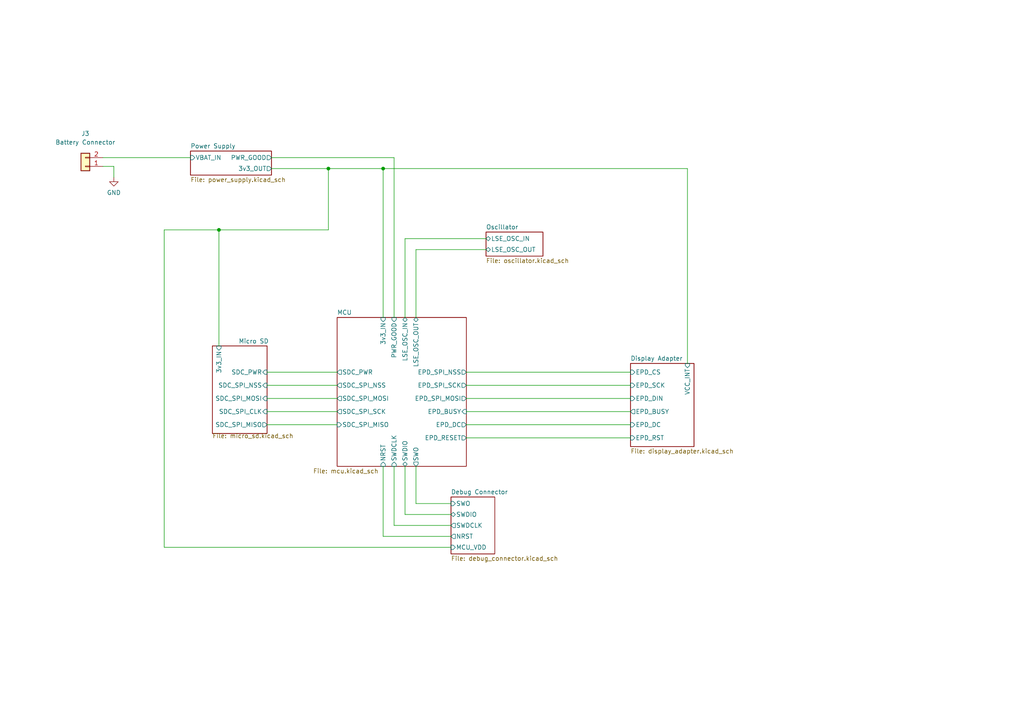
<source format=kicad_sch>
(kicad_sch (version 20211123) (generator eeschema)
  (paper "A4")
  (title_block (title "E-Paper Photo Frame") (date "2023-01-14") (rev "1.0"))
  (lib_symbols
    (symbol "Connector_Generic:Conn_01x02" (pin_names (offset 1.016) hide)
      (property "Reference" "J" (at 0 2.54 0))
      (property "Value" "Conn_01x02" (at 0 -5.08 0))
      (symbol "Conn_01x02_1_1"
        (rectangle (start -1.27 -2.413) (end 0 -2.667) (stroke (width 0.1524)))
        (rectangle (start -1.27 0.127) (end 0 -0.127) (stroke (width 0.1524)))
        (rectangle (start -1.27 1.27) (end 1.27 -3.81) (stroke (width 0.254)) (fill (type background)))
        (pin passive line (at -5.08 0 0) (length 3.81) (name "Pin_1") (number "1"))
        (pin passive line (at -5.08 -2.54 0) (length 3.81) (name "Pin_2") (number "2"))
      )
    )
    (symbol "power:GND" (power) (pin_names (offset 0))
      (property "Value" "GND" (at 0 -3.81 0))
      (symbol "GND_0_1"
        (polyline (pts (xy 0 0) (xy 0 -1.27) (xy 1.27 -1.27) (xy 0 -2.54) (xy -1.27 -1.27) (xy 0 -1.27)))
      )
      (symbol "GND_1_1"
        (pin power_in line (at 0 0 270) (length 0) hide (name "GND") (number "1"))
      )
    )
  )
  (junction (at 95.25 48.895))
  (junction (at 63.5 66.675))
  (junction (at 111.125 48.895))
  (wire (pts (xy 120.65 135.255) (xy 120.65 146.05)))
  (wire (pts (xy 29.845 48.26) (xy 33.02 48.26)))
  (wire (pts (xy 77.47 115.57) (xy 97.79 115.57)))
  (wire (pts (xy 95.25 48.895) (xy 111.125 48.895)))
  (wire (pts (xy 117.475 149.225) (xy 130.81 149.225)))
  (wire (pts (xy 77.47 107.95) (xy 97.79 107.95)))
  (wire (pts (xy 117.475 69.215) (xy 140.97 69.215)))
  (wire (pts (xy 114.3 45.72) (xy 114.3 92.075)))
  (wire (pts (xy 199.39 48.895) (xy 199.39 105.41)))
  (wire (pts (xy 135.255 123.19) (xy 182.88 123.19)))
  (wire (pts (xy 29.845 45.72) (xy 55.245 45.72)))
  (wire (pts (xy 117.475 135.255) (xy 117.475 149.225)))
  (wire (pts (xy 135.255 111.76) (xy 182.88 111.76)))
  (wire (pts (xy 78.74 48.895) (xy 95.25 48.895)))
  (wire (pts (xy 135.255 127) (xy 182.88 127)))
  (wire (pts (xy 114.3 152.4) (xy 130.81 152.4)))
  (wire (pts (xy 117.475 69.215) (xy 117.475 92.075)))
  (wire (pts (xy 47.625 66.675) (xy 47.625 158.75)))
  (wire (pts (xy 95.25 48.895) (xy 95.25 66.675)))
  (wire (pts (xy 78.74 45.72) (xy 114.3 45.72)))
  (wire (pts (xy 111.125 48.895) (xy 199.39 48.895)))
  (wire (pts (xy 114.3 135.255) (xy 114.3 152.4)))
  (wire (pts (xy 77.47 119.38) (xy 97.79 119.38)))
  (wire (pts (xy 111.125 135.255) (xy 111.125 155.575)))
  (wire (pts (xy 135.255 119.38) (xy 182.88 119.38)))
  (wire (pts (xy 63.5 100.33) (xy 63.5 66.675)))
  (wire (pts (xy 120.65 72.39) (xy 120.65 92.075)))
  (wire (pts (xy 63.5 66.675) (xy 95.25 66.675)))
  (wire (pts (xy 77.47 111.76) (xy 97.79 111.76)))
  (wire (pts (xy 111.125 155.575) (xy 130.81 155.575)))
  (wire (pts (xy 33.02 48.26) (xy 33.02 51.435)))
  (wire (pts (xy 140.97 72.39) (xy 120.65 72.39)))
  (wire (pts (xy 77.47 123.19) (xy 97.79 123.19)))
  (wire (pts (xy 135.255 107.95) (xy 182.88 107.95)))
  (wire (pts (xy 111.125 48.895) (xy 111.125 92.075)))
  (wire (pts (xy 120.65 146.05) (xy 130.81 146.05)))
  (wire (pts (xy 47.625 158.75) (xy 130.81 158.75)))
  (wire (pts (xy 135.255 115.57) (xy 182.88 115.57)))
  (wire (pts (xy 47.625 66.675) (xy 63.5 66.675)))
  (symbol (lib_id "power:GND") (at 33.02 51.435 0) (unit 1)
    (property "Reference" "#PWR01" (effects hide))
    (property "Value" "GND" (at 33.02 55.88 0))
  )
  (symbol (lib_id "Connector_Generic:Conn_01x02") (at 24.765 48.26 180) (unit 1)
    (property "Reference" "J3" (at 24.765 38.735 0))
    (property "Value" "Battery Connector" (at 24.765 41.275 0))
    (property "Footprint" "Connector_JST:JST_PH_B2B-PH-K_1x02_P2.00mm_Vertical" (effects hide))
  )
  (sheet (at 55.245 43.815) (size 23.495 6.985) (stroke (width 0.1524))
    (property "Sheet name" "Power Supply" (at 55.245 43.1034 0) (effects (justify left bottom)))
    (property "Sheet file" "power_supply.kicad_sch" (at 55.245 51.3846 0) (effects (justify left top)))
    (pin "VBAT_IN" input (at 55.245 45.72 180))
    (pin "PWR_GOOD" output (at 78.74 45.72 0))
    (pin "3v3_OUT" output (at 78.74 48.895 0))
  )
  (sheet (at 182.88 105.41) (size 18.415 24.13) (stroke (width 0.1524))
    (property "Sheet name" "Display Adapter" (at 182.88 104.6984 0) (effects (justify left bottom)))
    (property "Sheet file" "display_adapter.kicad_sch" (at 182.88 130.1246 0) (effects (justify left top)))
    (pin "EPD_DIN" input (at 182.88 115.57 180))
    (pin "EPD_SCK" input (at 182.88 111.76 180))
    (pin "EPD_DC" input (at 182.88 123.19 180))
    (pin "EPD_BUSY" output (at 182.88 119.38 180))
    (pin "EPD_CS" input (at 182.88 107.95 180))
    (pin "EPD_RST" input (at 182.88 127 180))
    (pin "VCC_INT" input (at 199.39 105.41 90))
  )
  (sheet (at 61.595 100.33) (size 15.875 25.4) (stroke (width 0.1524))
    (property "Sheet name" "Micro SD" (at 69.215 99.695 0) (effects (justify left bottom)))
    (property "Sheet file" "micro_sd.kicad_sch" (at 61.595 125.6796 0) (effects (justify left top)))
    (pin "SDC_SPI_MOSI" input (at 77.47 115.57 0))
    (pin "SDC_SPI_CLK" input (at 77.47 119.38 0))
    (pin "SDC_SPI_MISO" output (at 77.47 123.19 0))
    (pin "SDC_SPI_NSS" input (at 77.47 111.76 0))
    (pin "3v3_IN" input (at 63.5 100.33 90))
    (pin "SDC_PWR" input (at 77.47 107.95 0))
  )
  (sheet (at 97.79 92.075) (size 37.465 43.18) (stroke (width 0.1524))
    (property "Sheet name" "MCU" (at 97.79 91.3634 0) (effects (justify left bottom)))
    (property "Sheet file" "mcu.kicad_sch" (at 90.805 135.89 0) (effects (justify left top)))
    (pin "EPD_SPI_NSS" output (at 135.255 107.95 0))
    (pin "SDC_SPI_NSS" output (at 97.79 111.76 180))
    (pin "EPD_SPI_MOSI" output (at 135.255 115.57 0))
    (pin "EPD_DC" output (at 135.255 123.19 0))
    (pin "EPD_SPI_SCK" output (at 135.255 111.76 0))
    (pin "SDC_PWR" output (at 97.79 107.95 180))
    (pin "SWDCLK" input (at 114.3 135.255 270))
    (pin "SWDIO" bidirectional (at 117.475 135.255 270))
    (pin "EPD_BUSY" input (at 135.255 119.38 0))
    (pin "SDC_SPI_MOSI" output (at 97.79 115.57 180))
    (pin "SDC_SPI_SCK" output (at 97.79 119.38 180))
    (pin "SDC_SPI_MISO" input (at 97.79 123.19 180))
    (pin "NRST" input (at 111.125 135.255 270))
    (pin "LSE_OSC_IN" bidirectional (at 117.475 92.075 90))
    (pin "LSE_OSC_OUT" bidirectional (at 120.65 92.075 90))
    (pin "EPD_RESET" output (at 135.255 127 0))
    (pin "SWO" output (at 120.65 135.255 270))
    (pin "3v3_IN" input (at 111.125 92.075 90))
    (pin "PWR_GOOD" input (at 114.3 92.075 90))
  )
  (sheet (at 140.97 67.31) (size 16.51 6.985) (stroke (width 0.1524))
    (property "Sheet name" "Oscillator" (at 140.97 66.5984 0) (effects (justify left bottom)))
    (property "Sheet file" "oscillator.kicad_sch" (at 140.97 74.8796 0) (effects (justify left top)))
    (pin "LSE_OSC_IN" bidirectional (at 140.97 69.215 180))
    (pin "LSE_OSC_OUT" bidirectional (at 140.97 72.39 180))
  )
  (sheet (at 130.81 144.145) (size 12.7 16.51) (stroke (width 0.1524))
    (property "Sheet name" "Debug Connector" (at 130.81 143.4334 0) (effects (justify left bottom)))
    (property "Sheet file" "debug_connector.kicad_sch" (at 130.81 161.2396 0) (effects (justify left top)))
    (pin "NRST" output (at 130.81 155.575 180))
    (pin "SWDCLK" output (at 130.81 152.4 180))
    (pin "MCU_VDD" input (at 130.81 158.75 180))
    (pin "SWDIO" bidirectional (at 130.81 149.225 180))
    (pin "SWO" input (at 130.81 146.05 180))
  )
)
</source>
